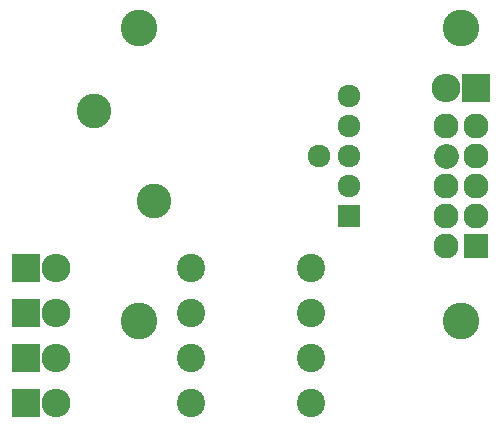
<source format=gbs>
G04 #@! TF.FileFunction,Soldermask,Bot*
%FSLAX46Y46*%
G04 Gerber Fmt 4.6, Leading zero omitted, Abs format (unit mm)*
G04 Created by KiCad (PCBNEW 4.0.1-stable) date 3/24/2016 2:30:21 AM*
%MOMM*%
G01*
G04 APERTURE LIST*
%ADD10C,0.200000*%
%ADD11C,3.100000*%
%ADD12C,1.924000*%
%ADD13R,1.924000X1.924000*%
%ADD14C,2.940000*%
%ADD15R,2.432000X2.432000*%
%ADD16O,2.432000X2.432000*%
%ADD17R,2.127200X2.127200*%
%ADD18O,2.127200X2.127200*%
%ADD19C,2.127200*%
%ADD20C,2.398980*%
G04 APERTURE END LIST*
D10*
D11*
X139065000Y-109855000D03*
X166370000Y-109855000D03*
X166370000Y-85090000D03*
D12*
X154305000Y-95885000D03*
D13*
X156845000Y-100965000D03*
D12*
X156845000Y-98425000D03*
X156845000Y-95885000D03*
X156845000Y-93345000D03*
X156845000Y-90805000D03*
D14*
X135255000Y-92075000D03*
X140335000Y-99695000D03*
D15*
X129540000Y-116840000D03*
D16*
X132080000Y-116840000D03*
D15*
X129540000Y-113030000D03*
D16*
X132080000Y-113030000D03*
D15*
X129540000Y-109220000D03*
D16*
X132080000Y-109220000D03*
D15*
X129540000Y-105410000D03*
D16*
X132080000Y-105410000D03*
D17*
X167640000Y-103505000D03*
D18*
X165100000Y-103505000D03*
X167640000Y-100965000D03*
X165100000Y-100965000D03*
X167640000Y-98425000D03*
X165100000Y-98425000D03*
X167640000Y-95885000D03*
D19*
X165100000Y-95885000D02*
X165100000Y-95885000D01*
D18*
X167640000Y-93345000D03*
X165100000Y-93345000D03*
D15*
X167640000Y-90170000D03*
D16*
X165100000Y-90170000D03*
D20*
X143510000Y-116840000D03*
X153670000Y-116840000D03*
X143510000Y-113030000D03*
X153670000Y-113030000D03*
X143510000Y-109220000D03*
X153670000Y-109220000D03*
X143510000Y-105410000D03*
X153670000Y-105410000D03*
D11*
X139065000Y-85090000D03*
M02*

</source>
